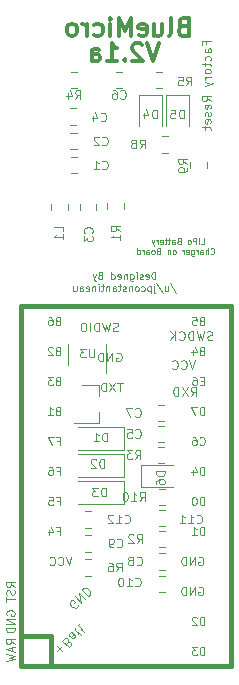
<source format=gbr>
G04 #@! TF.GenerationSoftware,KiCad,Pcbnew,(5.0.0)*
G04 #@! TF.CreationDate,2019-11-08T22:07:10-06:00*
G04 #@! TF.ProjectId,EByte_E73,45427974655F4537332E6B696361645F,rev?*
G04 #@! TF.SameCoordinates,Original*
G04 #@! TF.FileFunction,Legend,Bot*
G04 #@! TF.FilePolarity,Positive*
%FSLAX46Y46*%
G04 Gerber Fmt 4.6, Leading zero omitted, Abs format (unit mm)*
G04 Created by KiCad (PCBNEW (5.0.0)) date 11/08/19 22:07:10*
%MOMM*%
%LPD*%
G01*
G04 APERTURE LIST*
%ADD10C,0.100000*%
%ADD11C,0.300000*%
%ADD12C,0.381000*%
%ADD13C,0.120000*%
G04 APERTURE END LIST*
D10*
X115553857Y-117657190D02*
X115791952Y-117657190D01*
X115791952Y-117157190D01*
X115387190Y-117657190D02*
X115387190Y-117323857D01*
X115387190Y-117157190D02*
X115411000Y-117181000D01*
X115387190Y-117204809D01*
X115363380Y-117181000D01*
X115387190Y-117157190D01*
X115387190Y-117204809D01*
X115149095Y-117657190D02*
X115149095Y-117157190D01*
X114958619Y-117157190D01*
X114911000Y-117181000D01*
X114887190Y-117204809D01*
X114863380Y-117252428D01*
X114863380Y-117323857D01*
X114887190Y-117371476D01*
X114911000Y-117395285D01*
X114958619Y-117419095D01*
X115149095Y-117419095D01*
X114577666Y-117657190D02*
X114625285Y-117633380D01*
X114649095Y-117609571D01*
X114672904Y-117561952D01*
X114672904Y-117419095D01*
X114649095Y-117371476D01*
X114625285Y-117347666D01*
X114577666Y-117323857D01*
X114506238Y-117323857D01*
X114458619Y-117347666D01*
X114434809Y-117371476D01*
X114411000Y-117419095D01*
X114411000Y-117561952D01*
X114434809Y-117609571D01*
X114458619Y-117633380D01*
X114506238Y-117657190D01*
X114577666Y-117657190D01*
X113649095Y-117395285D02*
X113577666Y-117419095D01*
X113553857Y-117442904D01*
X113530047Y-117490523D01*
X113530047Y-117561952D01*
X113553857Y-117609571D01*
X113577666Y-117633380D01*
X113625285Y-117657190D01*
X113815761Y-117657190D01*
X113815761Y-117157190D01*
X113649095Y-117157190D01*
X113601476Y-117181000D01*
X113577666Y-117204809D01*
X113553857Y-117252428D01*
X113553857Y-117300047D01*
X113577666Y-117347666D01*
X113601476Y-117371476D01*
X113649095Y-117395285D01*
X113815761Y-117395285D01*
X113101476Y-117657190D02*
X113101476Y-117395285D01*
X113125285Y-117347666D01*
X113172904Y-117323857D01*
X113268142Y-117323857D01*
X113315761Y-117347666D01*
X113101476Y-117633380D02*
X113149095Y-117657190D01*
X113268142Y-117657190D01*
X113315761Y-117633380D01*
X113339571Y-117585761D01*
X113339571Y-117538142D01*
X113315761Y-117490523D01*
X113268142Y-117466714D01*
X113149095Y-117466714D01*
X113101476Y-117442904D01*
X112934809Y-117323857D02*
X112744333Y-117323857D01*
X112863380Y-117157190D02*
X112863380Y-117585761D01*
X112839571Y-117633380D01*
X112791952Y-117657190D01*
X112744333Y-117657190D01*
X112649095Y-117323857D02*
X112458619Y-117323857D01*
X112577666Y-117157190D02*
X112577666Y-117585761D01*
X112553857Y-117633380D01*
X112506238Y-117657190D01*
X112458619Y-117657190D01*
X112101476Y-117633380D02*
X112149095Y-117657190D01*
X112244333Y-117657190D01*
X112291952Y-117633380D01*
X112315761Y-117585761D01*
X112315761Y-117395285D01*
X112291952Y-117347666D01*
X112244333Y-117323857D01*
X112149095Y-117323857D01*
X112101476Y-117347666D01*
X112077666Y-117395285D01*
X112077666Y-117442904D01*
X112315761Y-117490523D01*
X111863380Y-117657190D02*
X111863380Y-117323857D01*
X111863380Y-117419095D02*
X111839571Y-117371476D01*
X111815761Y-117347666D01*
X111768142Y-117323857D01*
X111720523Y-117323857D01*
X111601476Y-117323857D02*
X111482428Y-117657190D01*
X111363380Y-117323857D02*
X111482428Y-117657190D01*
X111530047Y-117776238D01*
X111553857Y-117800047D01*
X111601476Y-117823857D01*
X116375285Y-118459571D02*
X116399095Y-118483380D01*
X116470523Y-118507190D01*
X116518142Y-118507190D01*
X116589571Y-118483380D01*
X116637190Y-118435761D01*
X116661000Y-118388142D01*
X116684809Y-118292904D01*
X116684809Y-118221476D01*
X116661000Y-118126238D01*
X116637190Y-118078619D01*
X116589571Y-118031000D01*
X116518142Y-118007190D01*
X116470523Y-118007190D01*
X116399095Y-118031000D01*
X116375285Y-118054809D01*
X116161000Y-118507190D02*
X116161000Y-118007190D01*
X115946714Y-118507190D02*
X115946714Y-118245285D01*
X115970523Y-118197666D01*
X116018142Y-118173857D01*
X116089571Y-118173857D01*
X116137190Y-118197666D01*
X116161000Y-118221476D01*
X115494333Y-118507190D02*
X115494333Y-118245285D01*
X115518142Y-118197666D01*
X115565761Y-118173857D01*
X115661000Y-118173857D01*
X115708619Y-118197666D01*
X115494333Y-118483380D02*
X115541952Y-118507190D01*
X115661000Y-118507190D01*
X115708619Y-118483380D01*
X115732428Y-118435761D01*
X115732428Y-118388142D01*
X115708619Y-118340523D01*
X115661000Y-118316714D01*
X115541952Y-118316714D01*
X115494333Y-118292904D01*
X115256238Y-118507190D02*
X115256238Y-118173857D01*
X115256238Y-118269095D02*
X115232428Y-118221476D01*
X115208619Y-118197666D01*
X115161000Y-118173857D01*
X115113380Y-118173857D01*
X114732428Y-118173857D02*
X114732428Y-118578619D01*
X114756238Y-118626238D01*
X114780047Y-118650047D01*
X114827666Y-118673857D01*
X114899095Y-118673857D01*
X114946714Y-118650047D01*
X114732428Y-118483380D02*
X114780047Y-118507190D01*
X114875285Y-118507190D01*
X114922904Y-118483380D01*
X114946714Y-118459571D01*
X114970523Y-118411952D01*
X114970523Y-118269095D01*
X114946714Y-118221476D01*
X114922904Y-118197666D01*
X114875285Y-118173857D01*
X114780047Y-118173857D01*
X114732428Y-118197666D01*
X114303857Y-118483380D02*
X114351476Y-118507190D01*
X114446714Y-118507190D01*
X114494333Y-118483380D01*
X114518142Y-118435761D01*
X114518142Y-118245285D01*
X114494333Y-118197666D01*
X114446714Y-118173857D01*
X114351476Y-118173857D01*
X114303857Y-118197666D01*
X114280047Y-118245285D01*
X114280047Y-118292904D01*
X114518142Y-118340523D01*
X114065761Y-118507190D02*
X114065761Y-118173857D01*
X114065761Y-118269095D02*
X114041952Y-118221476D01*
X114018142Y-118197666D01*
X113970523Y-118173857D01*
X113922904Y-118173857D01*
X113303857Y-118507190D02*
X113351476Y-118483380D01*
X113375285Y-118459571D01*
X113399095Y-118411952D01*
X113399095Y-118269095D01*
X113375285Y-118221476D01*
X113351476Y-118197666D01*
X113303857Y-118173857D01*
X113232428Y-118173857D01*
X113184809Y-118197666D01*
X113161000Y-118221476D01*
X113137190Y-118269095D01*
X113137190Y-118411952D01*
X113161000Y-118459571D01*
X113184809Y-118483380D01*
X113232428Y-118507190D01*
X113303857Y-118507190D01*
X112922904Y-118173857D02*
X112922904Y-118507190D01*
X112922904Y-118221476D02*
X112899095Y-118197666D01*
X112851476Y-118173857D01*
X112780047Y-118173857D01*
X112732428Y-118197666D01*
X112708619Y-118245285D01*
X112708619Y-118507190D01*
X111922904Y-118245285D02*
X111851476Y-118269095D01*
X111827666Y-118292904D01*
X111803857Y-118340523D01*
X111803857Y-118411952D01*
X111827666Y-118459571D01*
X111851476Y-118483380D01*
X111899095Y-118507190D01*
X112089571Y-118507190D01*
X112089571Y-118007190D01*
X111922904Y-118007190D01*
X111875285Y-118031000D01*
X111851476Y-118054809D01*
X111827666Y-118102428D01*
X111827666Y-118150047D01*
X111851476Y-118197666D01*
X111875285Y-118221476D01*
X111922904Y-118245285D01*
X112089571Y-118245285D01*
X111518142Y-118507190D02*
X111565761Y-118483380D01*
X111589571Y-118459571D01*
X111613380Y-118411952D01*
X111613380Y-118269095D01*
X111589571Y-118221476D01*
X111565761Y-118197666D01*
X111518142Y-118173857D01*
X111446714Y-118173857D01*
X111399095Y-118197666D01*
X111375285Y-118221476D01*
X111351476Y-118269095D01*
X111351476Y-118411952D01*
X111375285Y-118459571D01*
X111399095Y-118483380D01*
X111446714Y-118507190D01*
X111518142Y-118507190D01*
X110922904Y-118507190D02*
X110922904Y-118245285D01*
X110946714Y-118197666D01*
X110994333Y-118173857D01*
X111089571Y-118173857D01*
X111137190Y-118197666D01*
X110922904Y-118483380D02*
X110970523Y-118507190D01*
X111089571Y-118507190D01*
X111137190Y-118483380D01*
X111161000Y-118435761D01*
X111161000Y-118388142D01*
X111137190Y-118340523D01*
X111089571Y-118316714D01*
X110970523Y-118316714D01*
X110922904Y-118292904D01*
X110684809Y-118507190D02*
X110684809Y-118173857D01*
X110684809Y-118269095D02*
X110661000Y-118221476D01*
X110637190Y-118197666D01*
X110589571Y-118173857D01*
X110541952Y-118173857D01*
X110161000Y-118507190D02*
X110161000Y-118007190D01*
X110161000Y-118483380D02*
X110208619Y-118507190D01*
X110303857Y-118507190D01*
X110351476Y-118483380D01*
X110375285Y-118459571D01*
X110399095Y-118411952D01*
X110399095Y-118269095D01*
X110375285Y-118221476D01*
X110351476Y-118197666D01*
X110303857Y-118173857D01*
X110208619Y-118173857D01*
X110161000Y-118197666D01*
X111688571Y-120621428D02*
X111688571Y-120021428D01*
X111545714Y-120021428D01*
X111460000Y-120050000D01*
X111402857Y-120107142D01*
X111374285Y-120164285D01*
X111345714Y-120278571D01*
X111345714Y-120364285D01*
X111374285Y-120478571D01*
X111402857Y-120535714D01*
X111460000Y-120592857D01*
X111545714Y-120621428D01*
X111688571Y-120621428D01*
X110860000Y-120592857D02*
X110917142Y-120621428D01*
X111031428Y-120621428D01*
X111088571Y-120592857D01*
X111117142Y-120535714D01*
X111117142Y-120307142D01*
X111088571Y-120250000D01*
X111031428Y-120221428D01*
X110917142Y-120221428D01*
X110860000Y-120250000D01*
X110831428Y-120307142D01*
X110831428Y-120364285D01*
X111117142Y-120421428D01*
X110602857Y-120592857D02*
X110545714Y-120621428D01*
X110431428Y-120621428D01*
X110374285Y-120592857D01*
X110345714Y-120535714D01*
X110345714Y-120507142D01*
X110374285Y-120450000D01*
X110431428Y-120421428D01*
X110517142Y-120421428D01*
X110574285Y-120392857D01*
X110602857Y-120335714D01*
X110602857Y-120307142D01*
X110574285Y-120250000D01*
X110517142Y-120221428D01*
X110431428Y-120221428D01*
X110374285Y-120250000D01*
X110088571Y-120621428D02*
X110088571Y-120221428D01*
X110088571Y-120021428D02*
X110117142Y-120050000D01*
X110088571Y-120078571D01*
X110060000Y-120050000D01*
X110088571Y-120021428D01*
X110088571Y-120078571D01*
X109545714Y-120221428D02*
X109545714Y-120707142D01*
X109574285Y-120764285D01*
X109602857Y-120792857D01*
X109660000Y-120821428D01*
X109745714Y-120821428D01*
X109802857Y-120792857D01*
X109545714Y-120592857D02*
X109602857Y-120621428D01*
X109717142Y-120621428D01*
X109774285Y-120592857D01*
X109802857Y-120564285D01*
X109831428Y-120507142D01*
X109831428Y-120335714D01*
X109802857Y-120278571D01*
X109774285Y-120250000D01*
X109717142Y-120221428D01*
X109602857Y-120221428D01*
X109545714Y-120250000D01*
X109260000Y-120221428D02*
X109260000Y-120621428D01*
X109260000Y-120278571D02*
X109231428Y-120250000D01*
X109174285Y-120221428D01*
X109088571Y-120221428D01*
X109031428Y-120250000D01*
X109002857Y-120307142D01*
X109002857Y-120621428D01*
X108488571Y-120592857D02*
X108545714Y-120621428D01*
X108660000Y-120621428D01*
X108717142Y-120592857D01*
X108745714Y-120535714D01*
X108745714Y-120307142D01*
X108717142Y-120250000D01*
X108660000Y-120221428D01*
X108545714Y-120221428D01*
X108488571Y-120250000D01*
X108460000Y-120307142D01*
X108460000Y-120364285D01*
X108745714Y-120421428D01*
X107945714Y-120621428D02*
X107945714Y-120021428D01*
X107945714Y-120592857D02*
X108002857Y-120621428D01*
X108117142Y-120621428D01*
X108174285Y-120592857D01*
X108202857Y-120564285D01*
X108231428Y-120507142D01*
X108231428Y-120335714D01*
X108202857Y-120278571D01*
X108174285Y-120250000D01*
X108117142Y-120221428D01*
X108002857Y-120221428D01*
X107945714Y-120250000D01*
X107002857Y-120307142D02*
X106917142Y-120335714D01*
X106888571Y-120364285D01*
X106860000Y-120421428D01*
X106860000Y-120507142D01*
X106888571Y-120564285D01*
X106917142Y-120592857D01*
X106974285Y-120621428D01*
X107202857Y-120621428D01*
X107202857Y-120021428D01*
X107002857Y-120021428D01*
X106945714Y-120050000D01*
X106917142Y-120078571D01*
X106888571Y-120135714D01*
X106888571Y-120192857D01*
X106917142Y-120250000D01*
X106945714Y-120278571D01*
X107002857Y-120307142D01*
X107202857Y-120307142D01*
X106660000Y-120221428D02*
X106517142Y-120621428D01*
X106374285Y-120221428D02*
X106517142Y-120621428D01*
X106574285Y-120764285D01*
X106602857Y-120792857D01*
X106660000Y-120821428D01*
X112945714Y-120992857D02*
X113460000Y-121764285D01*
X112488571Y-121221428D02*
X112488571Y-121621428D01*
X112745714Y-121221428D02*
X112745714Y-121535714D01*
X112717142Y-121592857D01*
X112660000Y-121621428D01*
X112574285Y-121621428D01*
X112517142Y-121592857D01*
X112488571Y-121564285D01*
X111774285Y-120992857D02*
X112288571Y-121764285D01*
X111574285Y-121221428D02*
X111574285Y-121735714D01*
X111602857Y-121792857D01*
X111660000Y-121821428D01*
X111688571Y-121821428D01*
X111574285Y-121021428D02*
X111602857Y-121050000D01*
X111574285Y-121078571D01*
X111545714Y-121050000D01*
X111574285Y-121021428D01*
X111574285Y-121078571D01*
X111288571Y-121221428D02*
X111288571Y-121821428D01*
X111288571Y-121250000D02*
X111231428Y-121221428D01*
X111117142Y-121221428D01*
X111060000Y-121250000D01*
X111031428Y-121278571D01*
X111002857Y-121335714D01*
X111002857Y-121507142D01*
X111031428Y-121564285D01*
X111060000Y-121592857D01*
X111117142Y-121621428D01*
X111231428Y-121621428D01*
X111288571Y-121592857D01*
X110488571Y-121592857D02*
X110545714Y-121621428D01*
X110660000Y-121621428D01*
X110717142Y-121592857D01*
X110745714Y-121564285D01*
X110774285Y-121507142D01*
X110774285Y-121335714D01*
X110745714Y-121278571D01*
X110717142Y-121250000D01*
X110660000Y-121221428D01*
X110545714Y-121221428D01*
X110488571Y-121250000D01*
X110145714Y-121621428D02*
X110202857Y-121592857D01*
X110231428Y-121564285D01*
X110260000Y-121507142D01*
X110260000Y-121335714D01*
X110231428Y-121278571D01*
X110202857Y-121250000D01*
X110145714Y-121221428D01*
X110060000Y-121221428D01*
X110002857Y-121250000D01*
X109974285Y-121278571D01*
X109945714Y-121335714D01*
X109945714Y-121507142D01*
X109974285Y-121564285D01*
X110002857Y-121592857D01*
X110060000Y-121621428D01*
X110145714Y-121621428D01*
X109688571Y-121221428D02*
X109688571Y-121621428D01*
X109688571Y-121278571D02*
X109660000Y-121250000D01*
X109602857Y-121221428D01*
X109517142Y-121221428D01*
X109460000Y-121250000D01*
X109431428Y-121307142D01*
X109431428Y-121621428D01*
X109174285Y-121592857D02*
X109117142Y-121621428D01*
X109002857Y-121621428D01*
X108945714Y-121592857D01*
X108917142Y-121535714D01*
X108917142Y-121507142D01*
X108945714Y-121450000D01*
X109002857Y-121421428D01*
X109088571Y-121421428D01*
X109145714Y-121392857D01*
X109174285Y-121335714D01*
X109174285Y-121307142D01*
X109145714Y-121250000D01*
X109088571Y-121221428D01*
X109002857Y-121221428D01*
X108945714Y-121250000D01*
X108745714Y-121221428D02*
X108517142Y-121221428D01*
X108660000Y-121021428D02*
X108660000Y-121535714D01*
X108631428Y-121592857D01*
X108574285Y-121621428D01*
X108517142Y-121621428D01*
X108060000Y-121621428D02*
X108060000Y-121307142D01*
X108088571Y-121250000D01*
X108145714Y-121221428D01*
X108260000Y-121221428D01*
X108317142Y-121250000D01*
X108060000Y-121592857D02*
X108117142Y-121621428D01*
X108260000Y-121621428D01*
X108317142Y-121592857D01*
X108345714Y-121535714D01*
X108345714Y-121478571D01*
X108317142Y-121421428D01*
X108260000Y-121392857D01*
X108117142Y-121392857D01*
X108060000Y-121364285D01*
X107774285Y-121221428D02*
X107774285Y-121621428D01*
X107774285Y-121278571D02*
X107745714Y-121250000D01*
X107688571Y-121221428D01*
X107602857Y-121221428D01*
X107545714Y-121250000D01*
X107517142Y-121307142D01*
X107517142Y-121621428D01*
X107317142Y-121221428D02*
X107088571Y-121221428D01*
X107231428Y-121021428D02*
X107231428Y-121535714D01*
X107202857Y-121592857D01*
X107145714Y-121621428D01*
X107088571Y-121621428D01*
X106888571Y-121621428D02*
X106888571Y-121221428D01*
X106888571Y-121021428D02*
X106917142Y-121050000D01*
X106888571Y-121078571D01*
X106860000Y-121050000D01*
X106888571Y-121021428D01*
X106888571Y-121078571D01*
X106602857Y-121221428D02*
X106602857Y-121621428D01*
X106602857Y-121278571D02*
X106574285Y-121250000D01*
X106517142Y-121221428D01*
X106431428Y-121221428D01*
X106374285Y-121250000D01*
X106345714Y-121307142D01*
X106345714Y-121621428D01*
X105831428Y-121592857D02*
X105888571Y-121621428D01*
X106002857Y-121621428D01*
X106060000Y-121592857D01*
X106088571Y-121535714D01*
X106088571Y-121307142D01*
X106060000Y-121250000D01*
X106002857Y-121221428D01*
X105888571Y-121221428D01*
X105831428Y-121250000D01*
X105802857Y-121307142D01*
X105802857Y-121364285D01*
X106088571Y-121421428D01*
X105288571Y-121621428D02*
X105288571Y-121307142D01*
X105317142Y-121250000D01*
X105374285Y-121221428D01*
X105488571Y-121221428D01*
X105545714Y-121250000D01*
X105288571Y-121592857D02*
X105345714Y-121621428D01*
X105488571Y-121621428D01*
X105545714Y-121592857D01*
X105574285Y-121535714D01*
X105574285Y-121478571D01*
X105545714Y-121421428D01*
X105488571Y-121392857D01*
X105345714Y-121392857D01*
X105288571Y-121364285D01*
X104745714Y-121221428D02*
X104745714Y-121621428D01*
X105002857Y-121221428D02*
X105002857Y-121535714D01*
X104974285Y-121592857D01*
X104917142Y-121621428D01*
X104831428Y-121621428D01*
X104774285Y-121592857D01*
X104745714Y-121564285D01*
X108523285Y-125017571D02*
X108416142Y-125053285D01*
X108237571Y-125053285D01*
X108166142Y-125017571D01*
X108130428Y-124981857D01*
X108094714Y-124910428D01*
X108094714Y-124839000D01*
X108130428Y-124767571D01*
X108166142Y-124731857D01*
X108237571Y-124696142D01*
X108380428Y-124660428D01*
X108451857Y-124624714D01*
X108487571Y-124589000D01*
X108523285Y-124517571D01*
X108523285Y-124446142D01*
X108487571Y-124374714D01*
X108451857Y-124339000D01*
X108380428Y-124303285D01*
X108201857Y-124303285D01*
X108094714Y-124339000D01*
X107844714Y-124303285D02*
X107666142Y-125053285D01*
X107523285Y-124517571D01*
X107380428Y-125053285D01*
X107201857Y-124303285D01*
X106916142Y-125053285D02*
X106916142Y-124303285D01*
X106737571Y-124303285D01*
X106630428Y-124339000D01*
X106559000Y-124410428D01*
X106523285Y-124481857D01*
X106487571Y-124624714D01*
X106487571Y-124731857D01*
X106523285Y-124874714D01*
X106559000Y-124946142D01*
X106630428Y-125017571D01*
X106737571Y-125053285D01*
X106916142Y-125053285D01*
X106166142Y-125053285D02*
X106166142Y-124303285D01*
X105666142Y-124303285D02*
X105523285Y-124303285D01*
X105451857Y-124339000D01*
X105380428Y-124410428D01*
X105344714Y-124553285D01*
X105344714Y-124803285D01*
X105380428Y-124946142D01*
X105451857Y-125017571D01*
X105523285Y-125053285D01*
X105666142Y-125053285D01*
X105737571Y-125017571D01*
X105809000Y-124946142D01*
X105844714Y-124803285D01*
X105844714Y-124553285D01*
X105809000Y-124410428D01*
X105737571Y-124339000D01*
X105666142Y-124303285D01*
X108394428Y-126879000D02*
X108465857Y-126843285D01*
X108573000Y-126843285D01*
X108680142Y-126879000D01*
X108751571Y-126950428D01*
X108787285Y-127021857D01*
X108823000Y-127164714D01*
X108823000Y-127271857D01*
X108787285Y-127414714D01*
X108751571Y-127486142D01*
X108680142Y-127557571D01*
X108573000Y-127593285D01*
X108501571Y-127593285D01*
X108394428Y-127557571D01*
X108358714Y-127521857D01*
X108358714Y-127271857D01*
X108501571Y-127271857D01*
X108037285Y-127593285D02*
X108037285Y-126843285D01*
X107608714Y-127593285D01*
X107608714Y-126843285D01*
X107251571Y-127593285D02*
X107251571Y-126843285D01*
X107073000Y-126843285D01*
X106965857Y-126879000D01*
X106894428Y-126950428D01*
X106858714Y-127021857D01*
X106823000Y-127164714D01*
X106823000Y-127271857D01*
X106858714Y-127414714D01*
X106894428Y-127486142D01*
X106965857Y-127557571D01*
X107073000Y-127593285D01*
X107251571Y-127593285D01*
X108896428Y-129383285D02*
X108467857Y-129383285D01*
X108682142Y-130133285D02*
X108682142Y-129383285D01*
X108289285Y-129383285D02*
X107789285Y-130133285D01*
X107789285Y-129383285D02*
X108289285Y-130133285D01*
X107503571Y-130133285D02*
X107503571Y-129383285D01*
X107325000Y-129383285D01*
X107217857Y-129419000D01*
X107146428Y-129490428D01*
X107110714Y-129561857D01*
X107075000Y-129704714D01*
X107075000Y-129811857D01*
X107110714Y-129954714D01*
X107146428Y-130026142D01*
X107217857Y-130097571D01*
X107325000Y-130133285D01*
X107503571Y-130133285D01*
X114673000Y-130514285D02*
X114923000Y-130157142D01*
X115101571Y-130514285D02*
X115101571Y-129764285D01*
X114815857Y-129764285D01*
X114744428Y-129800000D01*
X114708714Y-129835714D01*
X114673000Y-129907142D01*
X114673000Y-130014285D01*
X114708714Y-130085714D01*
X114744428Y-130121428D01*
X114815857Y-130157142D01*
X115101571Y-130157142D01*
X114423000Y-129764285D02*
X113923000Y-130514285D01*
X113923000Y-129764285D02*
X114423000Y-130514285D01*
X113637285Y-130514285D02*
X113637285Y-129764285D01*
X113458714Y-129764285D01*
X113351571Y-129800000D01*
X113280142Y-129871428D01*
X113244428Y-129942857D01*
X113208714Y-130085714D01*
X113208714Y-130192857D01*
X113244428Y-130335714D01*
X113280142Y-130407142D01*
X113351571Y-130478571D01*
X113458714Y-130514285D01*
X113637285Y-130514285D01*
X115050000Y-127479285D02*
X114800000Y-128229285D01*
X114550000Y-127479285D01*
X113871428Y-128157857D02*
X113907142Y-128193571D01*
X114014285Y-128229285D01*
X114085714Y-128229285D01*
X114192857Y-128193571D01*
X114264285Y-128122142D01*
X114300000Y-128050714D01*
X114335714Y-127907857D01*
X114335714Y-127800714D01*
X114300000Y-127657857D01*
X114264285Y-127586428D01*
X114192857Y-127515000D01*
X114085714Y-127479285D01*
X114014285Y-127479285D01*
X113907142Y-127515000D01*
X113871428Y-127550714D01*
X113121428Y-128157857D02*
X113157142Y-128193571D01*
X113264285Y-128229285D01*
X113335714Y-128229285D01*
X113442857Y-128193571D01*
X113514285Y-128122142D01*
X113550000Y-128050714D01*
X113585714Y-127907857D01*
X113585714Y-127800714D01*
X113550000Y-127657857D01*
X113514285Y-127586428D01*
X113442857Y-127515000D01*
X113335714Y-127479285D01*
X113264285Y-127479285D01*
X113157142Y-127515000D01*
X113121428Y-127550714D01*
X116487857Y-125743571D02*
X116380714Y-125779285D01*
X116202142Y-125779285D01*
X116130714Y-125743571D01*
X116095000Y-125707857D01*
X116059285Y-125636428D01*
X116059285Y-125565000D01*
X116095000Y-125493571D01*
X116130714Y-125457857D01*
X116202142Y-125422142D01*
X116345000Y-125386428D01*
X116416428Y-125350714D01*
X116452142Y-125315000D01*
X116487857Y-125243571D01*
X116487857Y-125172142D01*
X116452142Y-125100714D01*
X116416428Y-125065000D01*
X116345000Y-125029285D01*
X116166428Y-125029285D01*
X116059285Y-125065000D01*
X115809285Y-125029285D02*
X115630714Y-125779285D01*
X115487857Y-125243571D01*
X115345000Y-125779285D01*
X115166428Y-125029285D01*
X114880714Y-125779285D02*
X114880714Y-125029285D01*
X114702142Y-125029285D01*
X114595000Y-125065000D01*
X114523571Y-125136428D01*
X114487857Y-125207857D01*
X114452142Y-125350714D01*
X114452142Y-125457857D01*
X114487857Y-125600714D01*
X114523571Y-125672142D01*
X114595000Y-125743571D01*
X114702142Y-125779285D01*
X114880714Y-125779285D01*
X113702142Y-125707857D02*
X113737857Y-125743571D01*
X113845000Y-125779285D01*
X113916428Y-125779285D01*
X114023571Y-125743571D01*
X114095000Y-125672142D01*
X114130714Y-125600714D01*
X114166428Y-125457857D01*
X114166428Y-125350714D01*
X114130714Y-125207857D01*
X114095000Y-125136428D01*
X114023571Y-125065000D01*
X113916428Y-125029285D01*
X113845000Y-125029285D01*
X113737857Y-125065000D01*
X113702142Y-125100714D01*
X113380714Y-125779285D02*
X113380714Y-125029285D01*
X112952142Y-125779285D02*
X113273571Y-125350714D01*
X112952142Y-125029285D02*
X113380714Y-125457857D01*
X103345966Y-152102271D02*
X103750027Y-151698210D01*
X103345966Y-151698210D02*
X103750027Y-152102271D01*
X104255104Y-151344657D02*
X104305611Y-151243642D01*
X104305611Y-151193134D01*
X104280357Y-151117373D01*
X104204596Y-151041611D01*
X104128834Y-151016357D01*
X104078327Y-151016357D01*
X104002565Y-151041611D01*
X103800535Y-151243642D01*
X104330865Y-151773972D01*
X104507642Y-151597195D01*
X104532895Y-151521434D01*
X104532895Y-151470926D01*
X104507642Y-151395165D01*
X104457134Y-151344657D01*
X104381373Y-151319403D01*
X104330865Y-151319403D01*
X104255104Y-151344657D01*
X104078327Y-151521434D01*
X104558149Y-150486027D02*
X104835941Y-150763819D01*
X104861195Y-150839581D01*
X104835941Y-150915342D01*
X104734926Y-151016357D01*
X104659165Y-151041611D01*
X104583403Y-150511281D02*
X104507642Y-150536535D01*
X104381373Y-150662804D01*
X104356119Y-150738565D01*
X104381373Y-150814327D01*
X104431880Y-150864834D01*
X104507642Y-150890088D01*
X104583403Y-150864834D01*
X104709672Y-150738565D01*
X104785434Y-150713312D01*
X105088479Y-150662804D02*
X105290510Y-150460773D01*
X105341018Y-150763819D02*
X104886449Y-150309251D01*
X104861195Y-150233489D01*
X104886449Y-150157728D01*
X104936956Y-150107220D01*
X105391525Y-150359758D02*
X105593556Y-150157728D01*
X105644063Y-150460773D02*
X105189495Y-150006205D01*
X105164241Y-149930443D01*
X105189495Y-149854682D01*
X105240002Y-149804174D01*
X105144104Y-148243226D02*
X105118850Y-148318987D01*
X105043088Y-148394748D01*
X104942073Y-148445256D01*
X104841058Y-148445256D01*
X104765296Y-148420002D01*
X104639027Y-148344241D01*
X104563266Y-148268479D01*
X104487504Y-148142210D01*
X104462251Y-148066449D01*
X104462251Y-147965434D01*
X104512758Y-147864418D01*
X104563266Y-147813911D01*
X104664281Y-147763403D01*
X104714789Y-147763403D01*
X104891565Y-147940180D01*
X104790550Y-148041195D01*
X104891565Y-147485611D02*
X105421895Y-148015941D01*
X105194611Y-147182565D01*
X105724941Y-147712895D01*
X105447149Y-146930027D02*
X105977479Y-147460357D01*
X106103748Y-147334088D01*
X106154256Y-147233073D01*
X106154256Y-147132058D01*
X106129002Y-147056296D01*
X106053241Y-146930027D01*
X105977479Y-146854266D01*
X105851210Y-146778504D01*
X105775449Y-146753251D01*
X105674434Y-146753251D01*
X105573418Y-146803758D01*
X105447149Y-146930027D01*
D11*
X111996325Y-100664271D02*
X111496325Y-102164271D01*
X110996325Y-100664271D01*
X110567754Y-100807128D02*
X110496325Y-100735700D01*
X110353468Y-100664271D01*
X109996325Y-100664271D01*
X109853468Y-100735700D01*
X109782040Y-100807128D01*
X109710611Y-100949985D01*
X109710611Y-101092842D01*
X109782040Y-101307128D01*
X110639182Y-102164271D01*
X109710611Y-102164271D01*
X109067754Y-102021414D02*
X108996325Y-102092842D01*
X109067754Y-102164271D01*
X109139182Y-102092842D01*
X109067754Y-102021414D01*
X109067754Y-102164271D01*
X107567754Y-102164271D02*
X108424897Y-102164271D01*
X107996325Y-102164271D02*
X107996325Y-100664271D01*
X108139182Y-100878557D01*
X108282040Y-101021414D01*
X108424897Y-101092842D01*
X106282040Y-102164271D02*
X106282040Y-101378557D01*
X106353468Y-101235700D01*
X106496325Y-101164271D01*
X106782040Y-101164271D01*
X106924897Y-101235700D01*
X106282040Y-102092842D02*
X106424897Y-102164271D01*
X106782040Y-102164271D01*
X106924897Y-102092842D01*
X106996325Y-101949985D01*
X106996325Y-101807128D01*
X106924897Y-101664271D01*
X106782040Y-101592842D01*
X106424897Y-101592842D01*
X106282040Y-101521414D01*
X114017642Y-99217017D02*
X113803357Y-99288445D01*
X113731928Y-99359874D01*
X113660500Y-99502731D01*
X113660500Y-99717017D01*
X113731928Y-99859874D01*
X113803357Y-99931302D01*
X113946214Y-100002731D01*
X114517642Y-100002731D01*
X114517642Y-98502731D01*
X114017642Y-98502731D01*
X113874785Y-98574160D01*
X113803357Y-98645588D01*
X113731928Y-98788445D01*
X113731928Y-98931302D01*
X113803357Y-99074160D01*
X113874785Y-99145588D01*
X114017642Y-99217017D01*
X114517642Y-99217017D01*
X112803357Y-100002731D02*
X112946214Y-99931302D01*
X113017642Y-99788445D01*
X113017642Y-98502731D01*
X111589071Y-99002731D02*
X111589071Y-100002731D01*
X112231928Y-99002731D02*
X112231928Y-99788445D01*
X112160500Y-99931302D01*
X112017642Y-100002731D01*
X111803357Y-100002731D01*
X111660500Y-99931302D01*
X111589071Y-99859874D01*
X110303357Y-99931302D02*
X110446214Y-100002731D01*
X110731928Y-100002731D01*
X110874785Y-99931302D01*
X110946214Y-99788445D01*
X110946214Y-99217017D01*
X110874785Y-99074160D01*
X110731928Y-99002731D01*
X110446214Y-99002731D01*
X110303357Y-99074160D01*
X110231928Y-99217017D01*
X110231928Y-99359874D01*
X110946214Y-99502731D01*
X109589071Y-100002731D02*
X109589071Y-98502731D01*
X109089071Y-99574160D01*
X108589071Y-98502731D01*
X108589071Y-100002731D01*
X107874785Y-100002731D02*
X107874785Y-99002731D01*
X107874785Y-98502731D02*
X107946214Y-98574160D01*
X107874785Y-98645588D01*
X107803357Y-98574160D01*
X107874785Y-98502731D01*
X107874785Y-98645588D01*
X106517642Y-99931302D02*
X106660500Y-100002731D01*
X106946214Y-100002731D01*
X107089071Y-99931302D01*
X107160500Y-99859874D01*
X107231928Y-99717017D01*
X107231928Y-99288445D01*
X107160500Y-99145588D01*
X107089071Y-99074160D01*
X106946214Y-99002731D01*
X106660500Y-99002731D01*
X106517642Y-99074160D01*
X105874785Y-100002731D02*
X105874785Y-99002731D01*
X105874785Y-99288445D02*
X105803357Y-99145588D01*
X105731928Y-99074160D01*
X105589071Y-99002731D01*
X105446214Y-99002731D01*
X104731928Y-100002731D02*
X104874785Y-99931302D01*
X104946214Y-99859874D01*
X105017642Y-99717017D01*
X105017642Y-99288445D01*
X104946214Y-99145588D01*
X104874785Y-99074160D01*
X104731928Y-99002731D01*
X104517642Y-99002731D01*
X104374785Y-99074160D01*
X104303357Y-99145588D01*
X104231928Y-99288445D01*
X104231928Y-99717017D01*
X104303357Y-99859874D01*
X104374785Y-99931302D01*
X104517642Y-100002731D01*
X104731928Y-100002731D01*
D12*
G04 #@! TO.C,U2*
X118110000Y-153416000D02*
X100330000Y-153416000D01*
X100330000Y-153416000D02*
X100330000Y-122936000D01*
X100330000Y-122936000D02*
X118110000Y-122936000D01*
X118110000Y-122936000D02*
X118110000Y-153416000D01*
X102870000Y-153416000D02*
X102870000Y-150876000D01*
X102870000Y-150876000D02*
X100330000Y-150876000D01*
D13*
G04 #@! TO.C,Q1*
X106932000Y-129611000D02*
X106932000Y-130541000D01*
X106932000Y-132771000D02*
X106932000Y-131841000D01*
X106932000Y-132771000D02*
X104772000Y-132771000D01*
X106932000Y-129611000D02*
X105472000Y-129611000D01*
G04 #@! TO.C,C1*
X104538962Y-111674980D02*
X105056118Y-111674980D01*
X104538962Y-110254980D02*
X105056118Y-110254980D01*
G04 #@! TO.C,C2*
X104485622Y-109640440D02*
X105002778Y-109640440D01*
X104485622Y-108220440D02*
X105002778Y-108220440D01*
G04 #@! TO.C,C3*
X105266420Y-114748758D02*
X105266420Y-114231602D01*
X106686420Y-114748758D02*
X106686420Y-114231602D01*
G04 #@! TO.C,C4*
X104419582Y-107580500D02*
X104936738Y-107580500D01*
X104419582Y-106160500D02*
X104936738Y-106160500D01*
G04 #@! TO.C,C5*
X111882422Y-133021000D02*
X112399578Y-133021000D01*
X111882422Y-134441000D02*
X112399578Y-134441000D01*
G04 #@! TO.C,C6*
X108326422Y-103049000D02*
X108843578Y-103049000D01*
X108326422Y-104469000D02*
X108843578Y-104469000D01*
G04 #@! TO.C,C7*
X111882422Y-132663000D02*
X112399578Y-132663000D01*
X111882422Y-131243000D02*
X112399578Y-131243000D01*
G04 #@! TO.C,C8*
X111996402Y-143816000D02*
X112513558Y-143816000D01*
X111996402Y-145236000D02*
X112513558Y-145236000D01*
G04 #@! TO.C,C9*
X105737922Y-142292000D02*
X106255078Y-142292000D01*
X105737922Y-143712000D02*
X106255078Y-143712000D01*
G04 #@! TO.C,C10*
X111960922Y-145721000D02*
X112478078Y-145721000D01*
X111960922Y-147141000D02*
X112478078Y-147141000D01*
G04 #@! TO.C,C11*
X112009422Y-141553000D02*
X112526578Y-141553000D01*
X112009422Y-140133000D02*
X112526578Y-140133000D01*
G04 #@! TO.C,C12*
X105737922Y-140260000D02*
X106255078Y-140260000D01*
X105737922Y-141680000D02*
X106255078Y-141680000D01*
G04 #@! TO.C,D1*
X109058000Y-133112000D02*
X109058000Y-135112000D01*
X109058000Y-135112000D02*
X105158000Y-135112000D01*
X109058000Y-133112000D02*
X105158000Y-133112000D01*
G04 #@! TO.C,D2*
X109057000Y-135398000D02*
X105157000Y-135398000D01*
X109057000Y-137398000D02*
X105157000Y-137398000D01*
X109057000Y-135398000D02*
X109057000Y-137398000D01*
G04 #@! TO.C,D3*
X109058000Y-137684000D02*
X109058000Y-139684000D01*
X109058000Y-139684000D02*
X105158000Y-139684000D01*
X109058000Y-137684000D02*
X105158000Y-137684000D01*
G04 #@! TO.C,L1*
X102828020Y-114231922D02*
X102828020Y-114749078D01*
X104248020Y-114231922D02*
X104248020Y-114749078D01*
G04 #@! TO.C,R1*
X109035921Y-114172243D02*
X109035921Y-114689399D01*
X107615921Y-114172243D02*
X107615921Y-114689399D01*
G04 #@! TO.C,R2*
X111981482Y-143331000D02*
X112498638Y-143331000D01*
X111981482Y-141911000D02*
X112498638Y-141911000D01*
G04 #@! TO.C,R3*
X111882422Y-134799000D02*
X112399578Y-134799000D01*
X111882422Y-136219000D02*
X112399578Y-136219000D01*
G04 #@! TO.C,R4*
X104521502Y-104466460D02*
X105038658Y-104466460D01*
X104521502Y-103046460D02*
X105038658Y-103046460D01*
G04 #@! TO.C,R5*
X111706922Y-104469000D02*
X112224078Y-104469000D01*
X111706922Y-103049000D02*
X112224078Y-103049000D01*
G04 #@! TO.C,R6*
X105737922Y-145744000D02*
X106255078Y-145744000D01*
X105737922Y-144324000D02*
X106255078Y-144324000D01*
G04 #@! TO.C,U3*
X104308000Y-127900000D02*
X104308000Y-126100000D01*
X107528000Y-126100000D02*
X107528000Y-128550000D01*
G04 #@! TO.C,D4*
X110292000Y-107680000D02*
X110292000Y-104995000D01*
X110292000Y-104995000D02*
X112212000Y-104995000D01*
X112212000Y-104995000D02*
X112212000Y-107680000D01*
G04 #@! TO.C,D5*
X114498000Y-104995000D02*
X114498000Y-107680000D01*
X112578000Y-104995000D02*
X114498000Y-104995000D01*
X112578000Y-107680000D02*
X112578000Y-104995000D01*
G04 #@! TO.C,R8*
X112780578Y-108510000D02*
X112263422Y-108510000D01*
X112780578Y-109930000D02*
X112263422Y-109930000D01*
G04 #@! TO.C,R9*
X114606000Y-111256578D02*
X114606000Y-110739422D01*
X116026000Y-111256578D02*
X116026000Y-110739422D01*
G04 #@! TO.C,D6*
X113141000Y-138247000D02*
X110456000Y-138247000D01*
X110456000Y-138247000D02*
X110456000Y-136327000D01*
X110456000Y-136327000D02*
X113141000Y-136327000D01*
G04 #@! TO.C,R10*
X112009422Y-139775000D02*
X112526578Y-139775000D01*
X112009422Y-138355000D02*
X112526578Y-138355000D01*
G04 #@! TO.C,U2*
D10*
X115599333Y-124156000D02*
X115499333Y-124189333D01*
X115466000Y-124222666D01*
X115432666Y-124289333D01*
X115432666Y-124389333D01*
X115466000Y-124456000D01*
X115499333Y-124489333D01*
X115566000Y-124522666D01*
X115832666Y-124522666D01*
X115832666Y-123822666D01*
X115599333Y-123822666D01*
X115532666Y-123856000D01*
X115499333Y-123889333D01*
X115466000Y-123956000D01*
X115466000Y-124022666D01*
X115499333Y-124089333D01*
X115532666Y-124122666D01*
X115599333Y-124156000D01*
X115832666Y-124156000D01*
X114799333Y-123822666D02*
X115132666Y-123822666D01*
X115166000Y-124156000D01*
X115132666Y-124122666D01*
X115066000Y-124089333D01*
X114899333Y-124089333D01*
X114832666Y-124122666D01*
X114799333Y-124156000D01*
X114766000Y-124222666D01*
X114766000Y-124389333D01*
X114799333Y-124456000D01*
X114832666Y-124489333D01*
X114899333Y-124522666D01*
X115066000Y-124522666D01*
X115132666Y-124489333D01*
X115166000Y-124456000D01*
X115599333Y-126696000D02*
X115499333Y-126729333D01*
X115466000Y-126762666D01*
X115432666Y-126829333D01*
X115432666Y-126929333D01*
X115466000Y-126996000D01*
X115499333Y-127029333D01*
X115566000Y-127062666D01*
X115832666Y-127062666D01*
X115832666Y-126362666D01*
X115599333Y-126362666D01*
X115532666Y-126396000D01*
X115499333Y-126429333D01*
X115466000Y-126496000D01*
X115466000Y-126562666D01*
X115499333Y-126629333D01*
X115532666Y-126662666D01*
X115599333Y-126696000D01*
X115832666Y-126696000D01*
X114832666Y-126596000D02*
X114832666Y-127062666D01*
X114999333Y-126329333D02*
X115166000Y-126829333D01*
X114732666Y-126829333D01*
X115799333Y-129236000D02*
X115566000Y-129236000D01*
X115466000Y-129602666D02*
X115799333Y-129602666D01*
X115799333Y-128902666D01*
X115466000Y-128902666D01*
X114866000Y-128902666D02*
X114999333Y-128902666D01*
X115066000Y-128936000D01*
X115099333Y-128969333D01*
X115166000Y-129069333D01*
X115199333Y-129202666D01*
X115199333Y-129469333D01*
X115166000Y-129536000D01*
X115132666Y-129569333D01*
X115066000Y-129602666D01*
X114932666Y-129602666D01*
X114866000Y-129569333D01*
X114832666Y-129536000D01*
X114799333Y-129469333D01*
X114799333Y-129302666D01*
X114832666Y-129236000D01*
X114866000Y-129202666D01*
X114932666Y-129169333D01*
X115066000Y-129169333D01*
X115132666Y-129202666D01*
X115166000Y-129236000D01*
X115199333Y-129302666D01*
X115832666Y-132142666D02*
X115832666Y-131442666D01*
X115666000Y-131442666D01*
X115566000Y-131476000D01*
X115499333Y-131542666D01*
X115466000Y-131609333D01*
X115432666Y-131742666D01*
X115432666Y-131842666D01*
X115466000Y-131976000D01*
X115499333Y-132042666D01*
X115566000Y-132109333D01*
X115666000Y-132142666D01*
X115832666Y-132142666D01*
X115199333Y-131442666D02*
X114732666Y-131442666D01*
X115032666Y-132142666D01*
X115432666Y-134616000D02*
X115466000Y-134649333D01*
X115566000Y-134682666D01*
X115632666Y-134682666D01*
X115732666Y-134649333D01*
X115799333Y-134582666D01*
X115832666Y-134516000D01*
X115866000Y-134382666D01*
X115866000Y-134282666D01*
X115832666Y-134149333D01*
X115799333Y-134082666D01*
X115732666Y-134016000D01*
X115632666Y-133982666D01*
X115566000Y-133982666D01*
X115466000Y-134016000D01*
X115432666Y-134049333D01*
X114832666Y-133982666D02*
X114966000Y-133982666D01*
X115032666Y-134016000D01*
X115066000Y-134049333D01*
X115132666Y-134149333D01*
X115166000Y-134282666D01*
X115166000Y-134549333D01*
X115132666Y-134616000D01*
X115099333Y-134649333D01*
X115032666Y-134682666D01*
X114899333Y-134682666D01*
X114832666Y-134649333D01*
X114799333Y-134616000D01*
X114766000Y-134549333D01*
X114766000Y-134382666D01*
X114799333Y-134316000D01*
X114832666Y-134282666D01*
X114899333Y-134249333D01*
X115032666Y-134249333D01*
X115099333Y-134282666D01*
X115132666Y-134316000D01*
X115166000Y-134382666D01*
X115832666Y-137222666D02*
X115832666Y-136522666D01*
X115666000Y-136522666D01*
X115566000Y-136556000D01*
X115499333Y-136622666D01*
X115466000Y-136689333D01*
X115432666Y-136822666D01*
X115432666Y-136922666D01*
X115466000Y-137056000D01*
X115499333Y-137122666D01*
X115566000Y-137189333D01*
X115666000Y-137222666D01*
X115832666Y-137222666D01*
X114832666Y-136756000D02*
X114832666Y-137222666D01*
X114999333Y-136489333D02*
X115166000Y-136989333D01*
X114732666Y-136989333D01*
X115832666Y-139762666D02*
X115832666Y-139062666D01*
X115666000Y-139062666D01*
X115566000Y-139096000D01*
X115499333Y-139162666D01*
X115466000Y-139229333D01*
X115432666Y-139362666D01*
X115432666Y-139462666D01*
X115466000Y-139596000D01*
X115499333Y-139662666D01*
X115566000Y-139729333D01*
X115666000Y-139762666D01*
X115832666Y-139762666D01*
X114999333Y-139062666D02*
X114932666Y-139062666D01*
X114866000Y-139096000D01*
X114832666Y-139129333D01*
X114799333Y-139196000D01*
X114766000Y-139329333D01*
X114766000Y-139496000D01*
X114799333Y-139629333D01*
X114832666Y-139696000D01*
X114866000Y-139729333D01*
X114932666Y-139762666D01*
X114999333Y-139762666D01*
X115066000Y-139729333D01*
X115099333Y-139696000D01*
X115132666Y-139629333D01*
X115166000Y-139496000D01*
X115166000Y-139329333D01*
X115132666Y-139196000D01*
X115099333Y-139129333D01*
X115066000Y-139096000D01*
X114999333Y-139062666D01*
X115832666Y-142302666D02*
X115832666Y-141602666D01*
X115666000Y-141602666D01*
X115566000Y-141636000D01*
X115499333Y-141702666D01*
X115466000Y-141769333D01*
X115432666Y-141902666D01*
X115432666Y-142002666D01*
X115466000Y-142136000D01*
X115499333Y-142202666D01*
X115566000Y-142269333D01*
X115666000Y-142302666D01*
X115832666Y-142302666D01*
X114766000Y-142302666D02*
X115166000Y-142302666D01*
X114966000Y-142302666D02*
X114966000Y-141602666D01*
X115032666Y-141702666D01*
X115099333Y-141769333D01*
X115166000Y-141802666D01*
X115341333Y-144176000D02*
X115408000Y-144142666D01*
X115508000Y-144142666D01*
X115608000Y-144176000D01*
X115674666Y-144242666D01*
X115708000Y-144309333D01*
X115741333Y-144442666D01*
X115741333Y-144542666D01*
X115708000Y-144676000D01*
X115674666Y-144742666D01*
X115608000Y-144809333D01*
X115508000Y-144842666D01*
X115441333Y-144842666D01*
X115341333Y-144809333D01*
X115308000Y-144776000D01*
X115308000Y-144542666D01*
X115441333Y-144542666D01*
X115008000Y-144842666D02*
X115008000Y-144142666D01*
X114608000Y-144842666D01*
X114608000Y-144142666D01*
X114274666Y-144842666D02*
X114274666Y-144142666D01*
X114108000Y-144142666D01*
X114008000Y-144176000D01*
X113941333Y-144242666D01*
X113908000Y-144309333D01*
X113874666Y-144442666D01*
X113874666Y-144542666D01*
X113908000Y-144676000D01*
X113941333Y-144742666D01*
X114008000Y-144809333D01*
X114108000Y-144842666D01*
X114274666Y-144842666D01*
X115341333Y-146716000D02*
X115408000Y-146682666D01*
X115508000Y-146682666D01*
X115608000Y-146716000D01*
X115674666Y-146782666D01*
X115708000Y-146849333D01*
X115741333Y-146982666D01*
X115741333Y-147082666D01*
X115708000Y-147216000D01*
X115674666Y-147282666D01*
X115608000Y-147349333D01*
X115508000Y-147382666D01*
X115441333Y-147382666D01*
X115341333Y-147349333D01*
X115308000Y-147316000D01*
X115308000Y-147082666D01*
X115441333Y-147082666D01*
X115008000Y-147382666D02*
X115008000Y-146682666D01*
X114608000Y-147382666D01*
X114608000Y-146682666D01*
X114274666Y-147382666D02*
X114274666Y-146682666D01*
X114108000Y-146682666D01*
X114008000Y-146716000D01*
X113941333Y-146782666D01*
X113908000Y-146849333D01*
X113874666Y-146982666D01*
X113874666Y-147082666D01*
X113908000Y-147216000D01*
X113941333Y-147282666D01*
X114008000Y-147349333D01*
X114108000Y-147382666D01*
X114274666Y-147382666D01*
X115832666Y-149922666D02*
X115832666Y-149222666D01*
X115666000Y-149222666D01*
X115566000Y-149256000D01*
X115499333Y-149322666D01*
X115466000Y-149389333D01*
X115432666Y-149522666D01*
X115432666Y-149622666D01*
X115466000Y-149756000D01*
X115499333Y-149822666D01*
X115566000Y-149889333D01*
X115666000Y-149922666D01*
X115832666Y-149922666D01*
X115166000Y-149289333D02*
X115132666Y-149256000D01*
X115066000Y-149222666D01*
X114899333Y-149222666D01*
X114832666Y-149256000D01*
X114799333Y-149289333D01*
X114766000Y-149356000D01*
X114766000Y-149422666D01*
X114799333Y-149522666D01*
X115199333Y-149922666D01*
X114766000Y-149922666D01*
X115832666Y-152462666D02*
X115832666Y-151762666D01*
X115666000Y-151762666D01*
X115566000Y-151796000D01*
X115499333Y-151862666D01*
X115466000Y-151929333D01*
X115432666Y-152062666D01*
X115432666Y-152162666D01*
X115466000Y-152296000D01*
X115499333Y-152362666D01*
X115566000Y-152429333D01*
X115666000Y-152462666D01*
X115832666Y-152462666D01*
X115199333Y-151762666D02*
X114766000Y-151762666D01*
X114999333Y-152029333D01*
X114899333Y-152029333D01*
X114832666Y-152062666D01*
X114799333Y-152096000D01*
X114766000Y-152162666D01*
X114766000Y-152329333D01*
X114799333Y-152396000D01*
X114832666Y-152429333D01*
X114899333Y-152462666D01*
X115099333Y-152462666D01*
X115166000Y-152429333D01*
X115199333Y-152396000D01*
X103407333Y-124156000D02*
X103307333Y-124189333D01*
X103274000Y-124222666D01*
X103240666Y-124289333D01*
X103240666Y-124389333D01*
X103274000Y-124456000D01*
X103307333Y-124489333D01*
X103374000Y-124522666D01*
X103640666Y-124522666D01*
X103640666Y-123822666D01*
X103407333Y-123822666D01*
X103340666Y-123856000D01*
X103307333Y-123889333D01*
X103274000Y-123956000D01*
X103274000Y-124022666D01*
X103307333Y-124089333D01*
X103340666Y-124122666D01*
X103407333Y-124156000D01*
X103640666Y-124156000D01*
X102640666Y-123822666D02*
X102774000Y-123822666D01*
X102840666Y-123856000D01*
X102874000Y-123889333D01*
X102940666Y-123989333D01*
X102974000Y-124122666D01*
X102974000Y-124389333D01*
X102940666Y-124456000D01*
X102907333Y-124489333D01*
X102840666Y-124522666D01*
X102707333Y-124522666D01*
X102640666Y-124489333D01*
X102607333Y-124456000D01*
X102574000Y-124389333D01*
X102574000Y-124222666D01*
X102607333Y-124156000D01*
X102640666Y-124122666D01*
X102707333Y-124089333D01*
X102840666Y-124089333D01*
X102907333Y-124122666D01*
X102940666Y-124156000D01*
X102974000Y-124222666D01*
X103407333Y-126696000D02*
X103307333Y-126729333D01*
X103274000Y-126762666D01*
X103240666Y-126829333D01*
X103240666Y-126929333D01*
X103274000Y-126996000D01*
X103307333Y-127029333D01*
X103374000Y-127062666D01*
X103640666Y-127062666D01*
X103640666Y-126362666D01*
X103407333Y-126362666D01*
X103340666Y-126396000D01*
X103307333Y-126429333D01*
X103274000Y-126496000D01*
X103274000Y-126562666D01*
X103307333Y-126629333D01*
X103340666Y-126662666D01*
X103407333Y-126696000D01*
X103640666Y-126696000D01*
X102974000Y-126429333D02*
X102940666Y-126396000D01*
X102874000Y-126362666D01*
X102707333Y-126362666D01*
X102640666Y-126396000D01*
X102607333Y-126429333D01*
X102574000Y-126496000D01*
X102574000Y-126562666D01*
X102607333Y-126662666D01*
X103007333Y-127062666D01*
X102574000Y-127062666D01*
X103407333Y-129236000D02*
X103307333Y-129269333D01*
X103274000Y-129302666D01*
X103240666Y-129369333D01*
X103240666Y-129469333D01*
X103274000Y-129536000D01*
X103307333Y-129569333D01*
X103374000Y-129602666D01*
X103640666Y-129602666D01*
X103640666Y-128902666D01*
X103407333Y-128902666D01*
X103340666Y-128936000D01*
X103307333Y-128969333D01*
X103274000Y-129036000D01*
X103274000Y-129102666D01*
X103307333Y-129169333D01*
X103340666Y-129202666D01*
X103407333Y-129236000D01*
X103640666Y-129236000D01*
X103007333Y-128902666D02*
X102574000Y-128902666D01*
X102807333Y-129169333D01*
X102707333Y-129169333D01*
X102640666Y-129202666D01*
X102607333Y-129236000D01*
X102574000Y-129302666D01*
X102574000Y-129469333D01*
X102607333Y-129536000D01*
X102640666Y-129569333D01*
X102707333Y-129602666D01*
X102907333Y-129602666D01*
X102974000Y-129569333D01*
X103007333Y-129536000D01*
X103407333Y-131776000D02*
X103307333Y-131809333D01*
X103274000Y-131842666D01*
X103240666Y-131909333D01*
X103240666Y-132009333D01*
X103274000Y-132076000D01*
X103307333Y-132109333D01*
X103374000Y-132142666D01*
X103640666Y-132142666D01*
X103640666Y-131442666D01*
X103407333Y-131442666D01*
X103340666Y-131476000D01*
X103307333Y-131509333D01*
X103274000Y-131576000D01*
X103274000Y-131642666D01*
X103307333Y-131709333D01*
X103340666Y-131742666D01*
X103407333Y-131776000D01*
X103640666Y-131776000D01*
X102574000Y-132142666D02*
X102974000Y-132142666D01*
X102774000Y-132142666D02*
X102774000Y-131442666D01*
X102840666Y-131542666D01*
X102907333Y-131609333D01*
X102974000Y-131642666D01*
X103357333Y-136856000D02*
X103590666Y-136856000D01*
X103590666Y-137222666D02*
X103590666Y-136522666D01*
X103257333Y-136522666D01*
X102690666Y-136522666D02*
X102824000Y-136522666D01*
X102890666Y-136556000D01*
X102924000Y-136589333D01*
X102990666Y-136689333D01*
X103024000Y-136822666D01*
X103024000Y-137089333D01*
X102990666Y-137156000D01*
X102957333Y-137189333D01*
X102890666Y-137222666D01*
X102757333Y-137222666D01*
X102690666Y-137189333D01*
X102657333Y-137156000D01*
X102624000Y-137089333D01*
X102624000Y-136922666D01*
X102657333Y-136856000D01*
X102690666Y-136822666D01*
X102757333Y-136789333D01*
X102890666Y-136789333D01*
X102957333Y-136822666D01*
X102990666Y-136856000D01*
X103024000Y-136922666D01*
X103357333Y-134316000D02*
X103590666Y-134316000D01*
X103590666Y-134682666D02*
X103590666Y-133982666D01*
X103257333Y-133982666D01*
X103057333Y-133982666D02*
X102590666Y-133982666D01*
X102890666Y-134682666D01*
X103357333Y-139396000D02*
X103590666Y-139396000D01*
X103590666Y-139762666D02*
X103590666Y-139062666D01*
X103257333Y-139062666D01*
X102657333Y-139062666D02*
X102990666Y-139062666D01*
X103024000Y-139396000D01*
X102990666Y-139362666D01*
X102924000Y-139329333D01*
X102757333Y-139329333D01*
X102690666Y-139362666D01*
X102657333Y-139396000D01*
X102624000Y-139462666D01*
X102624000Y-139629333D01*
X102657333Y-139696000D01*
X102690666Y-139729333D01*
X102757333Y-139762666D01*
X102924000Y-139762666D01*
X102990666Y-139729333D01*
X103024000Y-139696000D01*
X103357333Y-141936000D02*
X103590666Y-141936000D01*
X103590666Y-142302666D02*
X103590666Y-141602666D01*
X103257333Y-141602666D01*
X102690666Y-141836000D02*
X102690666Y-142302666D01*
X102857333Y-141569333D02*
X103024000Y-142069333D01*
X102590666Y-142069333D01*
X104565333Y-144142666D02*
X104332000Y-144842666D01*
X104098666Y-144142666D01*
X103465333Y-144776000D02*
X103498666Y-144809333D01*
X103598666Y-144842666D01*
X103665333Y-144842666D01*
X103765333Y-144809333D01*
X103832000Y-144742666D01*
X103865333Y-144676000D01*
X103898666Y-144542666D01*
X103898666Y-144442666D01*
X103865333Y-144309333D01*
X103832000Y-144242666D01*
X103765333Y-144176000D01*
X103665333Y-144142666D01*
X103598666Y-144142666D01*
X103498666Y-144176000D01*
X103465333Y-144209333D01*
X102765333Y-144776000D02*
X102798666Y-144809333D01*
X102898666Y-144842666D01*
X102965333Y-144842666D01*
X103065333Y-144809333D01*
X103132000Y-144742666D01*
X103165333Y-144676000D01*
X103198666Y-144542666D01*
X103198666Y-144442666D01*
X103165333Y-144309333D01*
X103132000Y-144242666D01*
X103065333Y-144176000D01*
X102965333Y-144142666D01*
X102898666Y-144142666D01*
X102798666Y-144176000D01*
X102765333Y-144209333D01*
X99757666Y-146682666D02*
X99424333Y-146449333D01*
X99757666Y-146282666D02*
X99057666Y-146282666D01*
X99057666Y-146549333D01*
X99091000Y-146616000D01*
X99124333Y-146649333D01*
X99191000Y-146682666D01*
X99291000Y-146682666D01*
X99357666Y-146649333D01*
X99391000Y-146616000D01*
X99424333Y-146549333D01*
X99424333Y-146282666D01*
X99724333Y-146949333D02*
X99757666Y-147049333D01*
X99757666Y-147216000D01*
X99724333Y-147282666D01*
X99691000Y-147316000D01*
X99624333Y-147349333D01*
X99557666Y-147349333D01*
X99491000Y-147316000D01*
X99457666Y-147282666D01*
X99424333Y-147216000D01*
X99391000Y-147082666D01*
X99357666Y-147016000D01*
X99324333Y-146982666D01*
X99257666Y-146949333D01*
X99191000Y-146949333D01*
X99124333Y-146982666D01*
X99091000Y-147016000D01*
X99057666Y-147082666D01*
X99057666Y-147249333D01*
X99091000Y-147349333D01*
X99057666Y-147549333D02*
X99057666Y-147949333D01*
X99757666Y-147749333D02*
X99057666Y-147749333D01*
X99091000Y-149072666D02*
X99057666Y-149006000D01*
X99057666Y-148906000D01*
X99091000Y-148806000D01*
X99157666Y-148739333D01*
X99224333Y-148706000D01*
X99357666Y-148672666D01*
X99457666Y-148672666D01*
X99591000Y-148706000D01*
X99657666Y-148739333D01*
X99724333Y-148806000D01*
X99757666Y-148906000D01*
X99757666Y-148972666D01*
X99724333Y-149072666D01*
X99691000Y-149106000D01*
X99457666Y-149106000D01*
X99457666Y-148972666D01*
X99757666Y-149406000D02*
X99057666Y-149406000D01*
X99757666Y-149806000D01*
X99057666Y-149806000D01*
X99757666Y-150139333D02*
X99057666Y-150139333D01*
X99057666Y-150306000D01*
X99091000Y-150406000D01*
X99157666Y-150472666D01*
X99224333Y-150506000D01*
X99357666Y-150539333D01*
X99457666Y-150539333D01*
X99591000Y-150506000D01*
X99657666Y-150472666D01*
X99724333Y-150406000D01*
X99757666Y-150306000D01*
X99757666Y-150139333D01*
X99757666Y-151535666D02*
X99424333Y-151302333D01*
X99757666Y-151135666D02*
X99057666Y-151135666D01*
X99057666Y-151402333D01*
X99091000Y-151469000D01*
X99124333Y-151502333D01*
X99191000Y-151535666D01*
X99291000Y-151535666D01*
X99357666Y-151502333D01*
X99391000Y-151469000D01*
X99424333Y-151402333D01*
X99424333Y-151135666D01*
X99557666Y-151802333D02*
X99557666Y-152135666D01*
X99757666Y-151735666D02*
X99057666Y-151969000D01*
X99757666Y-152202333D01*
X99057666Y-152369000D02*
X99757666Y-152535666D01*
X99257666Y-152669000D01*
X99757666Y-152802333D01*
X99057666Y-152969000D01*
G04 #@! TO.C,JP2*
X115986428Y-100713571D02*
X115986428Y-100463571D01*
X116379285Y-100463571D02*
X115629285Y-100463571D01*
X115629285Y-100820714D01*
X116379285Y-101427857D02*
X115986428Y-101427857D01*
X115915000Y-101392142D01*
X115879285Y-101320714D01*
X115879285Y-101177857D01*
X115915000Y-101106428D01*
X116343571Y-101427857D02*
X116379285Y-101356428D01*
X116379285Y-101177857D01*
X116343571Y-101106428D01*
X116272142Y-101070714D01*
X116200714Y-101070714D01*
X116129285Y-101106428D01*
X116093571Y-101177857D01*
X116093571Y-101356428D01*
X116057857Y-101427857D01*
X116343571Y-102106428D02*
X116379285Y-102035000D01*
X116379285Y-101892142D01*
X116343571Y-101820714D01*
X116307857Y-101785000D01*
X116236428Y-101749285D01*
X116022142Y-101749285D01*
X115950714Y-101785000D01*
X115915000Y-101820714D01*
X115879285Y-101892142D01*
X115879285Y-102035000D01*
X115915000Y-102106428D01*
X115879285Y-102320714D02*
X115879285Y-102606428D01*
X115629285Y-102427857D02*
X116272142Y-102427857D01*
X116343571Y-102463571D01*
X116379285Y-102535000D01*
X116379285Y-102606428D01*
X116379285Y-102963571D02*
X116343571Y-102892142D01*
X116307857Y-102856428D01*
X116236428Y-102820714D01*
X116022142Y-102820714D01*
X115950714Y-102856428D01*
X115915000Y-102892142D01*
X115879285Y-102963571D01*
X115879285Y-103070714D01*
X115915000Y-103142142D01*
X115950714Y-103177857D01*
X116022142Y-103213571D01*
X116236428Y-103213571D01*
X116307857Y-103177857D01*
X116343571Y-103142142D01*
X116379285Y-103070714D01*
X116379285Y-102963571D01*
X116379285Y-103535000D02*
X115879285Y-103535000D01*
X116022142Y-103535000D02*
X115950714Y-103570714D01*
X115915000Y-103606428D01*
X115879285Y-103677857D01*
X115879285Y-103749285D01*
X115879285Y-103927857D02*
X116379285Y-104106428D01*
X115879285Y-104285000D02*
X116379285Y-104106428D01*
X116557857Y-104035000D01*
X116593571Y-103999285D01*
X116629285Y-103927857D01*
X116379285Y-105570714D02*
X116022142Y-105320714D01*
X116379285Y-105142142D02*
X115629285Y-105142142D01*
X115629285Y-105427857D01*
X115665000Y-105499285D01*
X115700714Y-105535000D01*
X115772142Y-105570714D01*
X115879285Y-105570714D01*
X115950714Y-105535000D01*
X115986428Y-105499285D01*
X116022142Y-105427857D01*
X116022142Y-105142142D01*
X116343571Y-106177857D02*
X116379285Y-106106428D01*
X116379285Y-105963571D01*
X116343571Y-105892142D01*
X116272142Y-105856428D01*
X115986428Y-105856428D01*
X115915000Y-105892142D01*
X115879285Y-105963571D01*
X115879285Y-106106428D01*
X115915000Y-106177857D01*
X115986428Y-106213571D01*
X116057857Y-106213571D01*
X116129285Y-105856428D01*
X116343571Y-106499285D02*
X116379285Y-106570714D01*
X116379285Y-106713571D01*
X116343571Y-106785000D01*
X116272142Y-106820714D01*
X116236428Y-106820714D01*
X116165000Y-106785000D01*
X116129285Y-106713571D01*
X116129285Y-106606428D01*
X116093571Y-106535000D01*
X116022142Y-106499285D01*
X115986428Y-106499285D01*
X115915000Y-106535000D01*
X115879285Y-106606428D01*
X115879285Y-106713571D01*
X115915000Y-106785000D01*
X116343571Y-107427857D02*
X116379285Y-107356428D01*
X116379285Y-107213571D01*
X116343571Y-107142142D01*
X116272142Y-107106428D01*
X115986428Y-107106428D01*
X115915000Y-107142142D01*
X115879285Y-107213571D01*
X115879285Y-107356428D01*
X115915000Y-107427857D01*
X115986428Y-107463571D01*
X116057857Y-107463571D01*
X116129285Y-107106428D01*
X115879285Y-107677857D02*
X115879285Y-107963571D01*
X115629285Y-107785000D02*
X116272142Y-107785000D01*
X116343571Y-107820714D01*
X116379285Y-107892142D01*
X116379285Y-107963571D01*
G04 #@! TO.C,C1*
X107186000Y-111265857D02*
X107221714Y-111301571D01*
X107328857Y-111337285D01*
X107400285Y-111337285D01*
X107507428Y-111301571D01*
X107578857Y-111230142D01*
X107614571Y-111158714D01*
X107650285Y-111015857D01*
X107650285Y-110908714D01*
X107614571Y-110765857D01*
X107578857Y-110694428D01*
X107507428Y-110623000D01*
X107400285Y-110587285D01*
X107328857Y-110587285D01*
X107221714Y-110623000D01*
X107186000Y-110658714D01*
X106471714Y-111337285D02*
X106900285Y-111337285D01*
X106686000Y-111337285D02*
X106686000Y-110587285D01*
X106757428Y-110694428D01*
X106828857Y-110765857D01*
X106900285Y-110801571D01*
G04 #@! TO.C,C2*
X107186000Y-109233857D02*
X107221714Y-109269571D01*
X107328857Y-109305285D01*
X107400285Y-109305285D01*
X107507428Y-109269571D01*
X107578857Y-109198142D01*
X107614571Y-109126714D01*
X107650285Y-108983857D01*
X107650285Y-108876714D01*
X107614571Y-108733857D01*
X107578857Y-108662428D01*
X107507428Y-108591000D01*
X107400285Y-108555285D01*
X107328857Y-108555285D01*
X107221714Y-108591000D01*
X107186000Y-108626714D01*
X106900285Y-108626714D02*
X106864571Y-108591000D01*
X106793142Y-108555285D01*
X106614571Y-108555285D01*
X106543142Y-108591000D01*
X106507428Y-108626714D01*
X106471714Y-108698142D01*
X106471714Y-108769571D01*
X106507428Y-108876714D01*
X106936000Y-109305285D01*
X106471714Y-109305285D01*
G04 #@! TO.C,C3*
X106312857Y-116715000D02*
X106348571Y-116679285D01*
X106384285Y-116572142D01*
X106384285Y-116500714D01*
X106348571Y-116393571D01*
X106277142Y-116322142D01*
X106205714Y-116286428D01*
X106062857Y-116250714D01*
X105955714Y-116250714D01*
X105812857Y-116286428D01*
X105741428Y-116322142D01*
X105670000Y-116393571D01*
X105634285Y-116500714D01*
X105634285Y-116572142D01*
X105670000Y-116679285D01*
X105705714Y-116715000D01*
X105634285Y-116965000D02*
X105634285Y-117429285D01*
X105920000Y-117179285D01*
X105920000Y-117286428D01*
X105955714Y-117357857D01*
X105991428Y-117393571D01*
X106062857Y-117429285D01*
X106241428Y-117429285D01*
X106312857Y-117393571D01*
X106348571Y-117357857D01*
X106384285Y-117286428D01*
X106384285Y-117072142D01*
X106348571Y-117000714D01*
X106312857Y-116965000D01*
G04 #@! TO.C,C4*
X107059000Y-107201857D02*
X107094714Y-107237571D01*
X107201857Y-107273285D01*
X107273285Y-107273285D01*
X107380428Y-107237571D01*
X107451857Y-107166142D01*
X107487571Y-107094714D01*
X107523285Y-106951857D01*
X107523285Y-106844714D01*
X107487571Y-106701857D01*
X107451857Y-106630428D01*
X107380428Y-106559000D01*
X107273285Y-106523285D01*
X107201857Y-106523285D01*
X107094714Y-106559000D01*
X107059000Y-106594714D01*
X106416142Y-106773285D02*
X106416142Y-107273285D01*
X106594714Y-106487571D02*
X106773285Y-107023285D01*
X106309000Y-107023285D01*
G04 #@! TO.C,C5*
X109980000Y-133998857D02*
X110015714Y-134034571D01*
X110122857Y-134070285D01*
X110194285Y-134070285D01*
X110301428Y-134034571D01*
X110372857Y-133963142D01*
X110408571Y-133891714D01*
X110444285Y-133748857D01*
X110444285Y-133641714D01*
X110408571Y-133498857D01*
X110372857Y-133427428D01*
X110301428Y-133356000D01*
X110194285Y-133320285D01*
X110122857Y-133320285D01*
X110015714Y-133356000D01*
X109980000Y-133391714D01*
X109301428Y-133320285D02*
X109658571Y-133320285D01*
X109694285Y-133677428D01*
X109658571Y-133641714D01*
X109587142Y-133606000D01*
X109408571Y-133606000D01*
X109337142Y-133641714D01*
X109301428Y-133677428D01*
X109265714Y-133748857D01*
X109265714Y-133927428D01*
X109301428Y-133998857D01*
X109337142Y-134034571D01*
X109408571Y-134070285D01*
X109587142Y-134070285D01*
X109658571Y-134034571D01*
X109694285Y-133998857D01*
G04 #@! TO.C,C6*
X108710000Y-105296857D02*
X108745714Y-105332571D01*
X108852857Y-105368285D01*
X108924285Y-105368285D01*
X109031428Y-105332571D01*
X109102857Y-105261142D01*
X109138571Y-105189714D01*
X109174285Y-105046857D01*
X109174285Y-104939714D01*
X109138571Y-104796857D01*
X109102857Y-104725428D01*
X109031428Y-104654000D01*
X108924285Y-104618285D01*
X108852857Y-104618285D01*
X108745714Y-104654000D01*
X108710000Y-104689714D01*
X108067142Y-104618285D02*
X108210000Y-104618285D01*
X108281428Y-104654000D01*
X108317142Y-104689714D01*
X108388571Y-104796857D01*
X108424285Y-104939714D01*
X108424285Y-105225428D01*
X108388571Y-105296857D01*
X108352857Y-105332571D01*
X108281428Y-105368285D01*
X108138571Y-105368285D01*
X108067142Y-105332571D01*
X108031428Y-105296857D01*
X107995714Y-105225428D01*
X107995714Y-105046857D01*
X108031428Y-104975428D01*
X108067142Y-104939714D01*
X108138571Y-104904000D01*
X108281428Y-104904000D01*
X108352857Y-104939714D01*
X108388571Y-104975428D01*
X108424285Y-105046857D01*
G04 #@! TO.C,C7*
X109980000Y-132220857D02*
X110015714Y-132256571D01*
X110122857Y-132292285D01*
X110194285Y-132292285D01*
X110301428Y-132256571D01*
X110372857Y-132185142D01*
X110408571Y-132113714D01*
X110444285Y-131970857D01*
X110444285Y-131863714D01*
X110408571Y-131720857D01*
X110372857Y-131649428D01*
X110301428Y-131578000D01*
X110194285Y-131542285D01*
X110122857Y-131542285D01*
X110015714Y-131578000D01*
X109980000Y-131613714D01*
X109730000Y-131542285D02*
X109230000Y-131542285D01*
X109551428Y-132292285D01*
G04 #@! TO.C,C8*
X110107000Y-144793857D02*
X110142714Y-144829571D01*
X110249857Y-144865285D01*
X110321285Y-144865285D01*
X110428428Y-144829571D01*
X110499857Y-144758142D01*
X110535571Y-144686714D01*
X110571285Y-144543857D01*
X110571285Y-144436714D01*
X110535571Y-144293857D01*
X110499857Y-144222428D01*
X110428428Y-144151000D01*
X110321285Y-144115285D01*
X110249857Y-144115285D01*
X110142714Y-144151000D01*
X110107000Y-144186714D01*
X109678428Y-144436714D02*
X109749857Y-144401000D01*
X109785571Y-144365285D01*
X109821285Y-144293857D01*
X109821285Y-144258142D01*
X109785571Y-144186714D01*
X109749857Y-144151000D01*
X109678428Y-144115285D01*
X109535571Y-144115285D01*
X109464142Y-144151000D01*
X109428428Y-144186714D01*
X109392714Y-144258142D01*
X109392714Y-144293857D01*
X109428428Y-144365285D01*
X109464142Y-144401000D01*
X109535571Y-144436714D01*
X109678428Y-144436714D01*
X109749857Y-144472428D01*
X109785571Y-144508142D01*
X109821285Y-144579571D01*
X109821285Y-144722428D01*
X109785571Y-144793857D01*
X109749857Y-144829571D01*
X109678428Y-144865285D01*
X109535571Y-144865285D01*
X109464142Y-144829571D01*
X109428428Y-144793857D01*
X109392714Y-144722428D01*
X109392714Y-144579571D01*
X109428428Y-144508142D01*
X109464142Y-144472428D01*
X109535571Y-144436714D01*
G04 #@! TO.C,C9*
X108428140Y-143269857D02*
X108463854Y-143305571D01*
X108570997Y-143341285D01*
X108642425Y-143341285D01*
X108749568Y-143305571D01*
X108820997Y-143234142D01*
X108856711Y-143162714D01*
X108892425Y-143019857D01*
X108892425Y-142912714D01*
X108856711Y-142769857D01*
X108820997Y-142698428D01*
X108749568Y-142627000D01*
X108642425Y-142591285D01*
X108570997Y-142591285D01*
X108463854Y-142627000D01*
X108428140Y-142662714D01*
X108070997Y-143341285D02*
X107928140Y-143341285D01*
X107856711Y-143305571D01*
X107820997Y-143269857D01*
X107749568Y-143162714D01*
X107713854Y-143019857D01*
X107713854Y-142734142D01*
X107749568Y-142662714D01*
X107785282Y-142627000D01*
X107856711Y-142591285D01*
X107999568Y-142591285D01*
X108070997Y-142627000D01*
X108106711Y-142662714D01*
X108142425Y-142734142D01*
X108142425Y-142912714D01*
X108106711Y-142984142D01*
X108070997Y-143019857D01*
X107999568Y-143055571D01*
X107856711Y-143055571D01*
X107785282Y-143019857D01*
X107749568Y-142984142D01*
X107713854Y-142912714D01*
G04 #@! TO.C,C10*
X109956142Y-146571857D02*
X109991857Y-146607571D01*
X110099000Y-146643285D01*
X110170428Y-146643285D01*
X110277571Y-146607571D01*
X110349000Y-146536142D01*
X110384714Y-146464714D01*
X110420428Y-146321857D01*
X110420428Y-146214714D01*
X110384714Y-146071857D01*
X110349000Y-146000428D01*
X110277571Y-145929000D01*
X110170428Y-145893285D01*
X110099000Y-145893285D01*
X109991857Y-145929000D01*
X109956142Y-145964714D01*
X109241857Y-146643285D02*
X109670428Y-146643285D01*
X109456142Y-146643285D02*
X109456142Y-145893285D01*
X109527571Y-146000428D01*
X109599000Y-146071857D01*
X109670428Y-146107571D01*
X108777571Y-145893285D02*
X108706142Y-145893285D01*
X108634714Y-145929000D01*
X108599000Y-145964714D01*
X108563285Y-146036142D01*
X108527571Y-146179000D01*
X108527571Y-146357571D01*
X108563285Y-146500428D01*
X108599000Y-146571857D01*
X108634714Y-146607571D01*
X108706142Y-146643285D01*
X108777571Y-146643285D01*
X108849000Y-146607571D01*
X108884714Y-146571857D01*
X108920428Y-146500428D01*
X108956142Y-146357571D01*
X108956142Y-146179000D01*
X108920428Y-146036142D01*
X108884714Y-145964714D01*
X108849000Y-145929000D01*
X108777571Y-145893285D01*
G04 #@! TO.C,C11*
X115163142Y-141237857D02*
X115198857Y-141273571D01*
X115306000Y-141309285D01*
X115377428Y-141309285D01*
X115484571Y-141273571D01*
X115556000Y-141202142D01*
X115591714Y-141130714D01*
X115627428Y-140987857D01*
X115627428Y-140880714D01*
X115591714Y-140737857D01*
X115556000Y-140666428D01*
X115484571Y-140595000D01*
X115377428Y-140559285D01*
X115306000Y-140559285D01*
X115198857Y-140595000D01*
X115163142Y-140630714D01*
X114448857Y-141309285D02*
X114877428Y-141309285D01*
X114663142Y-141309285D02*
X114663142Y-140559285D01*
X114734571Y-140666428D01*
X114806000Y-140737857D01*
X114877428Y-140773571D01*
X113734571Y-141309285D02*
X114163142Y-141309285D01*
X113948857Y-141309285D02*
X113948857Y-140559285D01*
X114020285Y-140666428D01*
X114091714Y-140737857D01*
X114163142Y-140773571D01*
G04 #@! TO.C,C12*
X109067142Y-141237857D02*
X109102857Y-141273571D01*
X109210000Y-141309285D01*
X109281428Y-141309285D01*
X109388571Y-141273571D01*
X109460000Y-141202142D01*
X109495714Y-141130714D01*
X109531428Y-140987857D01*
X109531428Y-140880714D01*
X109495714Y-140737857D01*
X109460000Y-140666428D01*
X109388571Y-140595000D01*
X109281428Y-140559285D01*
X109210000Y-140559285D01*
X109102857Y-140595000D01*
X109067142Y-140630714D01*
X108352857Y-141309285D02*
X108781428Y-141309285D01*
X108567142Y-141309285D02*
X108567142Y-140559285D01*
X108638571Y-140666428D01*
X108710000Y-140737857D01*
X108781428Y-140773571D01*
X108067142Y-140630714D02*
X108031428Y-140595000D01*
X107960000Y-140559285D01*
X107781428Y-140559285D01*
X107710000Y-140595000D01*
X107674285Y-140630714D01*
X107638571Y-140702142D01*
X107638571Y-140773571D01*
X107674285Y-140880714D01*
X108102857Y-141309285D01*
X107638571Y-141309285D01*
G04 #@! TO.C,D1*
X107591571Y-134361285D02*
X107591571Y-133611285D01*
X107413000Y-133611285D01*
X107305857Y-133647000D01*
X107234428Y-133718428D01*
X107198714Y-133789857D01*
X107163000Y-133932714D01*
X107163000Y-134039857D01*
X107198714Y-134182714D01*
X107234428Y-134254142D01*
X107305857Y-134325571D01*
X107413000Y-134361285D01*
X107591571Y-134361285D01*
X106448714Y-134361285D02*
X106877285Y-134361285D01*
X106663000Y-134361285D02*
X106663000Y-133611285D01*
X106734428Y-133718428D01*
X106805857Y-133789857D01*
X106877285Y-133825571D01*
G04 #@! TO.C,D2*
X107361571Y-136610285D02*
X107361571Y-135860285D01*
X107183000Y-135860285D01*
X107075857Y-135896000D01*
X107004428Y-135967428D01*
X106968714Y-136038857D01*
X106933000Y-136181714D01*
X106933000Y-136288857D01*
X106968714Y-136431714D01*
X107004428Y-136503142D01*
X107075857Y-136574571D01*
X107183000Y-136610285D01*
X107361571Y-136610285D01*
X106647285Y-135931714D02*
X106611571Y-135896000D01*
X106540142Y-135860285D01*
X106361571Y-135860285D01*
X106290142Y-135896000D01*
X106254428Y-135931714D01*
X106218714Y-136003142D01*
X106218714Y-136074571D01*
X106254428Y-136181714D01*
X106683000Y-136610285D01*
X106218714Y-136610285D01*
G04 #@! TO.C,D3*
X107488571Y-139023285D02*
X107488571Y-138273285D01*
X107310000Y-138273285D01*
X107202857Y-138309000D01*
X107131428Y-138380428D01*
X107095714Y-138451857D01*
X107060000Y-138594714D01*
X107060000Y-138701857D01*
X107095714Y-138844714D01*
X107131428Y-138916142D01*
X107202857Y-138987571D01*
X107310000Y-139023285D01*
X107488571Y-139023285D01*
X106810000Y-138273285D02*
X106345714Y-138273285D01*
X106595714Y-138559000D01*
X106488571Y-138559000D01*
X106417142Y-138594714D01*
X106381428Y-138630428D01*
X106345714Y-138701857D01*
X106345714Y-138880428D01*
X106381428Y-138951857D01*
X106417142Y-138987571D01*
X106488571Y-139023285D01*
X106702857Y-139023285D01*
X106774285Y-138987571D01*
X106810000Y-138951857D01*
G04 #@! TO.C,L1*
X103844285Y-116588000D02*
X103844285Y-116230857D01*
X103094285Y-116230857D01*
X103844285Y-117230857D02*
X103844285Y-116802285D01*
X103844285Y-117016571D02*
X103094285Y-117016571D01*
X103201428Y-116945142D01*
X103272857Y-116873714D01*
X103308571Y-116802285D01*
G04 #@! TO.C,R1*
X108670285Y-116588000D02*
X108313142Y-116338000D01*
X108670285Y-116159428D02*
X107920285Y-116159428D01*
X107920285Y-116445142D01*
X107956000Y-116516571D01*
X107991714Y-116552285D01*
X108063142Y-116588000D01*
X108170285Y-116588000D01*
X108241714Y-116552285D01*
X108277428Y-116516571D01*
X108313142Y-116445142D01*
X108313142Y-116159428D01*
X108670285Y-117302285D02*
X108670285Y-116873714D01*
X108670285Y-117088000D02*
X107920285Y-117088000D01*
X108027428Y-117016571D01*
X108098857Y-116945142D01*
X108134571Y-116873714D01*
G04 #@! TO.C,R2*
X110107000Y-142960285D02*
X110357000Y-142603142D01*
X110535571Y-142960285D02*
X110535571Y-142210285D01*
X110249857Y-142210285D01*
X110178428Y-142246000D01*
X110142714Y-142281714D01*
X110107000Y-142353142D01*
X110107000Y-142460285D01*
X110142714Y-142531714D01*
X110178428Y-142567428D01*
X110249857Y-142603142D01*
X110535571Y-142603142D01*
X109821285Y-142281714D02*
X109785571Y-142246000D01*
X109714142Y-142210285D01*
X109535571Y-142210285D01*
X109464142Y-142246000D01*
X109428428Y-142281714D01*
X109392714Y-142353142D01*
X109392714Y-142424571D01*
X109428428Y-142531714D01*
X109857000Y-142960285D01*
X109392714Y-142960285D01*
G04 #@! TO.C,R3*
X109980000Y-135848285D02*
X110230000Y-135491142D01*
X110408571Y-135848285D02*
X110408571Y-135098285D01*
X110122857Y-135098285D01*
X110051428Y-135134000D01*
X110015714Y-135169714D01*
X109980000Y-135241142D01*
X109980000Y-135348285D01*
X110015714Y-135419714D01*
X110051428Y-135455428D01*
X110122857Y-135491142D01*
X110408571Y-135491142D01*
X109730000Y-135098285D02*
X109265714Y-135098285D01*
X109515714Y-135384000D01*
X109408571Y-135384000D01*
X109337142Y-135419714D01*
X109301428Y-135455428D01*
X109265714Y-135526857D01*
X109265714Y-135705428D01*
X109301428Y-135776857D01*
X109337142Y-135812571D01*
X109408571Y-135848285D01*
X109622857Y-135848285D01*
X109694285Y-135812571D01*
X109730000Y-135776857D01*
G04 #@! TO.C,R4*
X104900000Y-105368285D02*
X105150000Y-105011142D01*
X105328571Y-105368285D02*
X105328571Y-104618285D01*
X105042857Y-104618285D01*
X104971428Y-104654000D01*
X104935714Y-104689714D01*
X104900000Y-104761142D01*
X104900000Y-104868285D01*
X104935714Y-104939714D01*
X104971428Y-104975428D01*
X105042857Y-105011142D01*
X105328571Y-105011142D01*
X104257142Y-104868285D02*
X104257142Y-105368285D01*
X104435714Y-104582571D02*
X104614285Y-105118285D01*
X104150000Y-105118285D01*
G04 #@! TO.C,R5*
X114298000Y-104225285D02*
X114548000Y-103868142D01*
X114726571Y-104225285D02*
X114726571Y-103475285D01*
X114440857Y-103475285D01*
X114369428Y-103511000D01*
X114333714Y-103546714D01*
X114298000Y-103618142D01*
X114298000Y-103725285D01*
X114333714Y-103796714D01*
X114369428Y-103832428D01*
X114440857Y-103868142D01*
X114726571Y-103868142D01*
X113619428Y-103475285D02*
X113976571Y-103475285D01*
X114012285Y-103832428D01*
X113976571Y-103796714D01*
X113905142Y-103761000D01*
X113726571Y-103761000D01*
X113655142Y-103796714D01*
X113619428Y-103832428D01*
X113583714Y-103903857D01*
X113583714Y-104082428D01*
X113619428Y-104153857D01*
X113655142Y-104189571D01*
X113726571Y-104225285D01*
X113905142Y-104225285D01*
X113976571Y-104189571D01*
X114012285Y-104153857D01*
G04 #@! TO.C,R6*
X108385900Y-145373285D02*
X108635900Y-145016142D01*
X108814471Y-145373285D02*
X108814471Y-144623285D01*
X108528757Y-144623285D01*
X108457328Y-144659000D01*
X108421614Y-144694714D01*
X108385900Y-144766142D01*
X108385900Y-144873285D01*
X108421614Y-144944714D01*
X108457328Y-144980428D01*
X108528757Y-145016142D01*
X108814471Y-145016142D01*
X107743042Y-144623285D02*
X107885900Y-144623285D01*
X107957328Y-144659000D01*
X107993042Y-144694714D01*
X108064471Y-144801857D01*
X108100185Y-144944714D01*
X108100185Y-145230428D01*
X108064471Y-145301857D01*
X108028757Y-145337571D01*
X107957328Y-145373285D01*
X107814471Y-145373285D01*
X107743042Y-145337571D01*
X107707328Y-145301857D01*
X107671614Y-145230428D01*
X107671614Y-145051857D01*
X107707328Y-144980428D01*
X107743042Y-144944714D01*
X107814471Y-144909000D01*
X107957328Y-144909000D01*
X108028757Y-144944714D01*
X108064471Y-144980428D01*
X108100185Y-145051857D01*
G04 #@! TO.C,U3*
X106514788Y-126499105D02*
X106514788Y-127106248D01*
X106479074Y-127177677D01*
X106443360Y-127213391D01*
X106371931Y-127249105D01*
X106229074Y-127249105D01*
X106157645Y-127213391D01*
X106121931Y-127177677D01*
X106086217Y-127106248D01*
X106086217Y-126499105D01*
X105800502Y-126499105D02*
X105336217Y-126499105D01*
X105586217Y-126784820D01*
X105479074Y-126784820D01*
X105407645Y-126820534D01*
X105371931Y-126856248D01*
X105336217Y-126927677D01*
X105336217Y-127106248D01*
X105371931Y-127177677D01*
X105407645Y-127213391D01*
X105479074Y-127249105D01*
X105693360Y-127249105D01*
X105764788Y-127213391D01*
X105800502Y-127177677D01*
G04 #@! TO.C,D4*
X111805571Y-107019285D02*
X111805571Y-106269285D01*
X111627000Y-106269285D01*
X111519857Y-106305000D01*
X111448428Y-106376428D01*
X111412714Y-106447857D01*
X111377000Y-106590714D01*
X111377000Y-106697857D01*
X111412714Y-106840714D01*
X111448428Y-106912142D01*
X111519857Y-106983571D01*
X111627000Y-107019285D01*
X111805571Y-107019285D01*
X110734142Y-106519285D02*
X110734142Y-107019285D01*
X110912714Y-106233571D02*
X111091285Y-106769285D01*
X110627000Y-106769285D01*
G04 #@! TO.C,D5*
X114091571Y-107019285D02*
X114091571Y-106269285D01*
X113913000Y-106269285D01*
X113805857Y-106305000D01*
X113734428Y-106376428D01*
X113698714Y-106447857D01*
X113663000Y-106590714D01*
X113663000Y-106697857D01*
X113698714Y-106840714D01*
X113734428Y-106912142D01*
X113805857Y-106983571D01*
X113913000Y-107019285D01*
X114091571Y-107019285D01*
X112984428Y-106269285D02*
X113341571Y-106269285D01*
X113377285Y-106626428D01*
X113341571Y-106590714D01*
X113270142Y-106555000D01*
X113091571Y-106555000D01*
X113020142Y-106590714D01*
X112984428Y-106626428D01*
X112948714Y-106697857D01*
X112948714Y-106876428D01*
X112984428Y-106947857D01*
X113020142Y-106983571D01*
X113091571Y-107019285D01*
X113270142Y-107019285D01*
X113341571Y-106983571D01*
X113377285Y-106947857D01*
G04 #@! TO.C,R8*
X110361000Y-109559285D02*
X110611000Y-109202142D01*
X110789571Y-109559285D02*
X110789571Y-108809285D01*
X110503857Y-108809285D01*
X110432428Y-108845000D01*
X110396714Y-108880714D01*
X110361000Y-108952142D01*
X110361000Y-109059285D01*
X110396714Y-109130714D01*
X110432428Y-109166428D01*
X110503857Y-109202142D01*
X110789571Y-109202142D01*
X109932428Y-109130714D02*
X110003857Y-109095000D01*
X110039571Y-109059285D01*
X110075285Y-108987857D01*
X110075285Y-108952142D01*
X110039571Y-108880714D01*
X110003857Y-108845000D01*
X109932428Y-108809285D01*
X109789571Y-108809285D01*
X109718142Y-108845000D01*
X109682428Y-108880714D01*
X109646714Y-108952142D01*
X109646714Y-108987857D01*
X109682428Y-109059285D01*
X109718142Y-109095000D01*
X109789571Y-109130714D01*
X109932428Y-109130714D01*
X110003857Y-109166428D01*
X110039571Y-109202142D01*
X110075285Y-109273571D01*
X110075285Y-109416428D01*
X110039571Y-109487857D01*
X110003857Y-109523571D01*
X109932428Y-109559285D01*
X109789571Y-109559285D01*
X109718142Y-109523571D01*
X109682428Y-109487857D01*
X109646714Y-109416428D01*
X109646714Y-109273571D01*
X109682428Y-109202142D01*
X109718142Y-109166428D01*
X109789571Y-109130714D01*
G04 #@! TO.C,R9*
X114385285Y-110873000D02*
X114028142Y-110623000D01*
X114385285Y-110444428D02*
X113635285Y-110444428D01*
X113635285Y-110730142D01*
X113671000Y-110801571D01*
X113706714Y-110837285D01*
X113778142Y-110873000D01*
X113885285Y-110873000D01*
X113956714Y-110837285D01*
X113992428Y-110801571D01*
X114028142Y-110730142D01*
X114028142Y-110444428D01*
X114385285Y-111230142D02*
X114385285Y-111373000D01*
X114349571Y-111444428D01*
X114313857Y-111480142D01*
X114206714Y-111551571D01*
X114063857Y-111587285D01*
X113778142Y-111587285D01*
X113706714Y-111551571D01*
X113671000Y-111515857D01*
X113635285Y-111444428D01*
X113635285Y-111301571D01*
X113671000Y-111230142D01*
X113706714Y-111194428D01*
X113778142Y-111158714D01*
X113956714Y-111158714D01*
X114028142Y-111194428D01*
X114063857Y-111230142D01*
X114099571Y-111301571D01*
X114099571Y-111444428D01*
X114063857Y-111515857D01*
X114028142Y-111551571D01*
X113956714Y-111587285D01*
G04 #@! TO.C,D6*
X112480285Y-136860428D02*
X111730285Y-136860428D01*
X111730285Y-137039000D01*
X111766000Y-137146142D01*
X111837428Y-137217571D01*
X111908857Y-137253285D01*
X112051714Y-137289000D01*
X112158857Y-137289000D01*
X112301714Y-137253285D01*
X112373142Y-137217571D01*
X112444571Y-137146142D01*
X112480285Y-137039000D01*
X112480285Y-136860428D01*
X111730285Y-137931857D02*
X111730285Y-137789000D01*
X111766000Y-137717571D01*
X111801714Y-137681857D01*
X111908857Y-137610428D01*
X112051714Y-137574714D01*
X112337428Y-137574714D01*
X112408857Y-137610428D01*
X112444571Y-137646142D01*
X112480285Y-137717571D01*
X112480285Y-137860428D01*
X112444571Y-137931857D01*
X112408857Y-137967571D01*
X112337428Y-138003285D01*
X112158857Y-138003285D01*
X112087428Y-137967571D01*
X112051714Y-137931857D01*
X112016000Y-137860428D01*
X112016000Y-137717571D01*
X112051714Y-137646142D01*
X112087428Y-137610428D01*
X112158857Y-137574714D01*
G04 #@! TO.C,R10*
X110337142Y-139404285D02*
X110587142Y-139047142D01*
X110765714Y-139404285D02*
X110765714Y-138654285D01*
X110480000Y-138654285D01*
X110408571Y-138690000D01*
X110372857Y-138725714D01*
X110337142Y-138797142D01*
X110337142Y-138904285D01*
X110372857Y-138975714D01*
X110408571Y-139011428D01*
X110480000Y-139047142D01*
X110765714Y-139047142D01*
X109622857Y-139404285D02*
X110051428Y-139404285D01*
X109837142Y-139404285D02*
X109837142Y-138654285D01*
X109908571Y-138761428D01*
X109980000Y-138832857D01*
X110051428Y-138868571D01*
X109158571Y-138654285D02*
X109087142Y-138654285D01*
X109015714Y-138690000D01*
X108980000Y-138725714D01*
X108944285Y-138797142D01*
X108908571Y-138940000D01*
X108908571Y-139118571D01*
X108944285Y-139261428D01*
X108980000Y-139332857D01*
X109015714Y-139368571D01*
X109087142Y-139404285D01*
X109158571Y-139404285D01*
X109230000Y-139368571D01*
X109265714Y-139332857D01*
X109301428Y-139261428D01*
X109337142Y-139118571D01*
X109337142Y-138940000D01*
X109301428Y-138797142D01*
X109265714Y-138725714D01*
X109230000Y-138690000D01*
X109158571Y-138654285D01*
G04 #@! TD*
M02*

</source>
